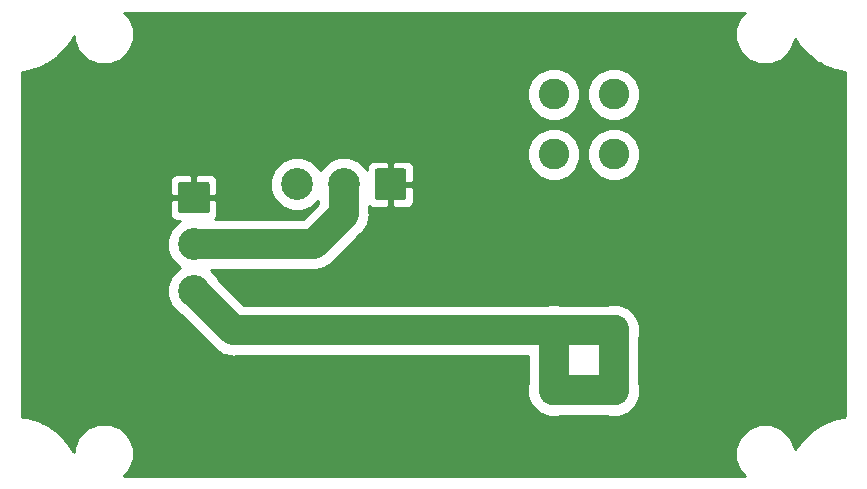
<source format=gbr>
G04 #@! TF.GenerationSoftware,KiCad,Pcbnew,(5.0.2)-1*
G04 #@! TF.CreationDate,2019-03-23T22:27:34-05:00*
G04 #@! TF.ProjectId,Power-Interposer-Board-AC,506f7765-722d-4496-9e74-6572706f7365,rev?*
G04 #@! TF.SameCoordinates,Original*
G04 #@! TF.FileFunction,Copper,L1,Top*
G04 #@! TF.FilePolarity,Positive*
%FSLAX46Y46*%
G04 Gerber Fmt 4.6, Leading zero omitted, Abs format (unit mm)*
G04 Created by KiCad (PCBNEW (5.0.2)-1) date 3/23/2019 10:27:34 PM*
%MOMM*%
%LPD*%
G01*
G04 APERTURE LIST*
G04 #@! TA.AperFunction,Conductor*
%ADD10C,0.100000*%
G04 #@! TD*
G04 #@! TA.AperFunction,ComponentPad*
%ADD11C,2.700000*%
G04 #@! TD*
G04 #@! TA.AperFunction,ComponentPad*
%ADD12C,2.600000*%
G04 #@! TD*
G04 #@! TA.AperFunction,ViaPad*
%ADD13C,0.800000*%
G04 #@! TD*
G04 #@! TA.AperFunction,Conductor*
%ADD14C,2.500000*%
G04 #@! TD*
G04 #@! TA.AperFunction,Conductor*
%ADD15C,0.254000*%
G04 #@! TD*
G04 APERTURE END LIST*
D10*
G04 #@! TO.N,Net-(J1-Pad1)*
G04 #@! TO.C,J1*
G36*
X128124503Y-108991204D02*
X128148772Y-108994804D01*
X128172570Y-109000765D01*
X128195670Y-109009030D01*
X128217849Y-109019520D01*
X128238892Y-109032133D01*
X128258598Y-109046748D01*
X128276776Y-109063224D01*
X128293252Y-109081402D01*
X128307867Y-109101108D01*
X128320480Y-109122151D01*
X128330970Y-109144330D01*
X128339235Y-109167430D01*
X128345196Y-109191228D01*
X128348796Y-109215497D01*
X128350000Y-109240001D01*
X128350000Y-111439999D01*
X128348796Y-111464503D01*
X128345196Y-111488772D01*
X128339235Y-111512570D01*
X128330970Y-111535670D01*
X128320480Y-111557849D01*
X128307867Y-111578892D01*
X128293252Y-111598598D01*
X128276776Y-111616776D01*
X128258598Y-111633252D01*
X128238892Y-111647867D01*
X128217849Y-111660480D01*
X128195670Y-111670970D01*
X128172570Y-111679235D01*
X128148772Y-111685196D01*
X128124503Y-111688796D01*
X128099999Y-111690000D01*
X125900001Y-111690000D01*
X125875497Y-111688796D01*
X125851228Y-111685196D01*
X125827430Y-111679235D01*
X125804330Y-111670970D01*
X125782151Y-111660480D01*
X125761108Y-111647867D01*
X125741402Y-111633252D01*
X125723224Y-111616776D01*
X125706748Y-111598598D01*
X125692133Y-111578892D01*
X125679520Y-111557849D01*
X125669030Y-111535670D01*
X125660765Y-111512570D01*
X125654804Y-111488772D01*
X125651204Y-111464503D01*
X125650000Y-111439999D01*
X125650000Y-109240001D01*
X125651204Y-109215497D01*
X125654804Y-109191228D01*
X125660765Y-109167430D01*
X125669030Y-109144330D01*
X125679520Y-109122151D01*
X125692133Y-109101108D01*
X125706748Y-109081402D01*
X125723224Y-109063224D01*
X125741402Y-109046748D01*
X125761108Y-109032133D01*
X125782151Y-109019520D01*
X125804330Y-109009030D01*
X125827430Y-109000765D01*
X125851228Y-108994804D01*
X125875497Y-108991204D01*
X125900001Y-108990000D01*
X128099999Y-108990000D01*
X128124503Y-108991204D01*
X128124503Y-108991204D01*
G37*
D11*
G04 #@! TD*
G04 #@! TO.P,J1,1*
G04 #@! TO.N,Net-(J1-Pad1)*
X127000000Y-110340000D03*
G04 #@! TO.P,J1,2*
G04 #@! TO.N,Net-(J1-Pad2)*
X127000000Y-114300000D03*
G04 #@! TO.P,J1,3*
G04 #@! TO.N,Net-(BJ2-Pad1)*
X127000000Y-118260000D03*
G04 #@! TD*
G04 #@! TO.P,J2,3*
G04 #@! TO.N,Net-(BJ1-Pad1)*
X135740000Y-109220000D03*
G04 #@! TO.P,J2,2*
G04 #@! TO.N,Net-(J1-Pad2)*
X139700000Y-109220000D03*
D10*
G04 #@! TD*
G04 #@! TO.N,Net-(J1-Pad1)*
G04 #@! TO.C,J2*
G36*
X144784503Y-107871204D02*
X144808772Y-107874804D01*
X144832570Y-107880765D01*
X144855670Y-107889030D01*
X144877849Y-107899520D01*
X144898892Y-107912133D01*
X144918598Y-107926748D01*
X144936776Y-107943224D01*
X144953252Y-107961402D01*
X144967867Y-107981108D01*
X144980480Y-108002151D01*
X144990970Y-108024330D01*
X144999235Y-108047430D01*
X145005196Y-108071228D01*
X145008796Y-108095497D01*
X145010000Y-108120001D01*
X145010000Y-110319999D01*
X145008796Y-110344503D01*
X145005196Y-110368772D01*
X144999235Y-110392570D01*
X144990970Y-110415670D01*
X144980480Y-110437849D01*
X144967867Y-110458892D01*
X144953252Y-110478598D01*
X144936776Y-110496776D01*
X144918598Y-110513252D01*
X144898892Y-110527867D01*
X144877849Y-110540480D01*
X144855670Y-110550970D01*
X144832570Y-110559235D01*
X144808772Y-110565196D01*
X144784503Y-110568796D01*
X144759999Y-110570000D01*
X142560001Y-110570000D01*
X142535497Y-110568796D01*
X142511228Y-110565196D01*
X142487430Y-110559235D01*
X142464330Y-110550970D01*
X142442151Y-110540480D01*
X142421108Y-110527867D01*
X142401402Y-110513252D01*
X142383224Y-110496776D01*
X142366748Y-110478598D01*
X142352133Y-110458892D01*
X142339520Y-110437849D01*
X142329030Y-110415670D01*
X142320765Y-110392570D01*
X142314804Y-110368772D01*
X142311204Y-110344503D01*
X142310000Y-110319999D01*
X142310000Y-108120001D01*
X142311204Y-108095497D01*
X142314804Y-108071228D01*
X142320765Y-108047430D01*
X142329030Y-108024330D01*
X142339520Y-108002151D01*
X142352133Y-107981108D01*
X142366748Y-107961402D01*
X142383224Y-107943224D01*
X142401402Y-107926748D01*
X142421108Y-107912133D01*
X142442151Y-107899520D01*
X142464330Y-107889030D01*
X142487430Y-107880765D01*
X142511228Y-107874804D01*
X142535497Y-107871204D01*
X142560001Y-107870000D01*
X144759999Y-107870000D01*
X144784503Y-107871204D01*
X144784503Y-107871204D01*
G37*
D11*
G04 #@! TO.P,J2,1*
G04 #@! TO.N,Net-(J1-Pad1)*
X143660000Y-109220000D03*
G04 #@! TD*
D12*
G04 #@! TO.P,BJ1,1*
G04 #@! TO.N,Net-(BJ1-Pad1)*
X162560000Y-106680000D03*
X162560000Y-101600000D03*
X157480000Y-106680000D03*
X157480000Y-101600000D03*
G04 #@! TD*
G04 #@! TO.P,BJ2,1*
G04 #@! TO.N,Net-(BJ2-Pad1)*
X157480000Y-121600000D03*
X157480000Y-126680000D03*
X162560000Y-121600000D03*
X162560000Y-126680000D03*
G04 #@! TD*
D13*
G04 #@! TO.N,Net-(J1-Pad1)*
X116840000Y-104140000D03*
X116840000Y-124460000D03*
X177800000Y-104140000D03*
X177800000Y-124460000D03*
X147320000Y-114300000D03*
G04 #@! TD*
D14*
G04 #@! TO.N,Net-(J1-Pad2)*
X127000000Y-114300000D02*
X137160000Y-114300000D01*
X139700000Y-111760000D02*
X139700000Y-109220000D01*
X137160000Y-114300000D02*
X139700000Y-111760000D01*
G04 #@! TO.N,Net-(BJ2-Pad1)*
X157480000Y-126680000D02*
X157480000Y-121600000D01*
X157480000Y-126680000D02*
X162560000Y-126680000D01*
X162560000Y-126680000D02*
X162560000Y-121600000D01*
X157480000Y-121600000D02*
X162560000Y-121600000D01*
X127000000Y-118260000D02*
X130340000Y-121600000D01*
X130340000Y-121600000D02*
X157480000Y-121600000D01*
G04 #@! TD*
D15*
G04 #@! TO.N,Net-(J1-Pad1)*
G36*
X173237713Y-95088569D02*
X172853000Y-96017348D01*
X172853000Y-97022652D01*
X173237713Y-97951431D01*
X173948569Y-98662287D01*
X174877348Y-99047000D01*
X175882652Y-99047000D01*
X176811431Y-98662287D01*
X177522287Y-97951431D01*
X177907000Y-97022652D01*
X177907000Y-96924424D01*
X178342790Y-97572947D01*
X178356847Y-97590306D01*
X178368818Y-97609169D01*
X178422229Y-97671046D01*
X179050753Y-98319633D01*
X179067664Y-98334230D01*
X179082785Y-98350674D01*
X179146309Y-98402115D01*
X179879756Y-98929149D01*
X179898981Y-98940519D01*
X179916776Y-98954026D01*
X179988396Y-98993399D01*
X179988407Y-98993405D01*
X179988412Y-98993407D01*
X180189912Y-99089518D01*
X180250197Y-99149803D01*
X180291399Y-99177333D01*
X180340000Y-99187000D01*
X180394287Y-99187000D01*
X180803590Y-99382228D01*
X180824528Y-99390015D01*
X180844433Y-99400157D01*
X180921893Y-99426225D01*
X180921903Y-99426229D01*
X180921906Y-99426230D01*
X181793060Y-99664550D01*
X181815043Y-99668505D01*
X181836432Y-99674963D01*
X181917295Y-99686903D01*
X182170001Y-99709456D01*
X182170000Y-128880228D01*
X182085898Y-128886404D01*
X182069359Y-128889112D01*
X182052601Y-128889639D01*
X181972152Y-128904114D01*
X181093941Y-129114953D01*
X181072767Y-129122079D01*
X181050918Y-129126723D01*
X180974323Y-129155209D01*
X180974305Y-129155215D01*
X180974300Y-129155218D01*
X180387056Y-129413000D01*
X180340000Y-129413000D01*
X180291399Y-129422667D01*
X180250197Y-129450197D01*
X180209415Y-129490979D01*
X180147308Y-129518242D01*
X180127735Y-129529002D01*
X180107049Y-129537444D01*
X180036702Y-129579048D01*
X180036692Y-129579053D01*
X180036691Y-129579054D01*
X179287053Y-130082790D01*
X179269694Y-130096847D01*
X179250831Y-130108818D01*
X179188954Y-130162229D01*
X178540367Y-130790753D01*
X178525770Y-130807664D01*
X178509326Y-130822785D01*
X178457896Y-130886296D01*
X178457886Y-130886308D01*
X178457885Y-130886310D01*
X177930851Y-131619756D01*
X177919480Y-131638983D01*
X177907000Y-131655425D01*
X177907000Y-131577348D01*
X177522287Y-130648569D01*
X176811431Y-129937713D01*
X175882652Y-129553000D01*
X174877348Y-129553000D01*
X173948569Y-129937713D01*
X173237713Y-130648569D01*
X172853000Y-131577348D01*
X172853000Y-132582652D01*
X173237713Y-133511431D01*
X173636282Y-133910000D01*
X121063718Y-133910000D01*
X121522287Y-133451431D01*
X121907000Y-132522652D01*
X121907000Y-131517348D01*
X121522287Y-130588569D01*
X120811431Y-129877713D01*
X119882652Y-129493000D01*
X118877348Y-129493000D01*
X117948569Y-129877713D01*
X117237713Y-130588569D01*
X116853000Y-131517348D01*
X116853000Y-131871377D01*
X116850998Y-131867735D01*
X116842556Y-131847049D01*
X116800946Y-131776691D01*
X116297210Y-131027053D01*
X116283153Y-131009694D01*
X116271182Y-130990831D01*
X116217771Y-130928954D01*
X115589247Y-130280367D01*
X115572336Y-130265770D01*
X115557215Y-130249326D01*
X115493704Y-130197896D01*
X115493692Y-130197886D01*
X115493689Y-130197884D01*
X114760244Y-129670851D01*
X114741017Y-129659480D01*
X114723223Y-129645974D01*
X114651594Y-129606596D01*
X114450089Y-129510483D01*
X114389803Y-129450197D01*
X114348601Y-129422667D01*
X114300000Y-129413000D01*
X114245713Y-129413000D01*
X113836410Y-129217772D01*
X113815469Y-129209984D01*
X113795566Y-129199843D01*
X113718116Y-129173778D01*
X113718097Y-129173771D01*
X113718091Y-129173770D01*
X112846940Y-128935450D01*
X112824959Y-128931495D01*
X112803569Y-128925037D01*
X112722705Y-128913097D01*
X112470000Y-128890544D01*
X112470000Y-113847077D01*
X124723000Y-113847077D01*
X124723000Y-114752923D01*
X125069653Y-115589817D01*
X125710183Y-116230347D01*
X125830056Y-116280000D01*
X125710183Y-116329653D01*
X125069653Y-116970183D01*
X124723000Y-117807077D01*
X124723000Y-118712923D01*
X125069653Y-119549817D01*
X125710183Y-120190347D01*
X125951607Y-120290348D01*
X128649017Y-122987759D01*
X128770471Y-123169529D01*
X129490577Y-123650688D01*
X130125589Y-123777000D01*
X130125594Y-123777000D01*
X130339999Y-123819648D01*
X130554405Y-123777000D01*
X155303001Y-123777000D01*
X155303000Y-126116311D01*
X155253000Y-126237022D01*
X155253000Y-127122978D01*
X155592040Y-127941494D01*
X156218506Y-128567960D01*
X157037022Y-128907000D01*
X157922978Y-128907000D01*
X158043689Y-128857000D01*
X161996311Y-128857000D01*
X162117022Y-128907000D01*
X163002978Y-128907000D01*
X163821494Y-128567960D01*
X164447960Y-127941494D01*
X164787000Y-127122978D01*
X164787000Y-126237022D01*
X164737000Y-126116311D01*
X164737000Y-122163689D01*
X164787000Y-122042978D01*
X164787000Y-121157022D01*
X164447960Y-120338506D01*
X163821494Y-119712040D01*
X163002978Y-119373000D01*
X162117022Y-119373000D01*
X161996311Y-119423000D01*
X158043689Y-119423000D01*
X157922978Y-119373000D01*
X157037022Y-119373000D01*
X156916311Y-119423000D01*
X131241743Y-119423000D01*
X129030348Y-117211607D01*
X128930347Y-116970183D01*
X128437164Y-116477000D01*
X136945590Y-116477000D01*
X137160000Y-116519649D01*
X137374410Y-116477000D01*
X137374411Y-116477000D01*
X138009423Y-116350688D01*
X138729529Y-115869529D01*
X138850987Y-115687754D01*
X141087760Y-113450983D01*
X141269529Y-113329529D01*
X141750688Y-112609423D01*
X141877000Y-111974411D01*
X141877000Y-111974406D01*
X141919648Y-111760001D01*
X141877000Y-111545595D01*
X141877000Y-111035025D01*
X141950302Y-111108327D01*
X142183691Y-111205000D01*
X143374250Y-111205000D01*
X143533000Y-111046250D01*
X143533000Y-109347000D01*
X143787000Y-109347000D01*
X143787000Y-111046250D01*
X143945750Y-111205000D01*
X145136309Y-111205000D01*
X145369698Y-111108327D01*
X145548327Y-110929699D01*
X145645000Y-110696310D01*
X145645000Y-109505750D01*
X145486250Y-109347000D01*
X143787000Y-109347000D01*
X143533000Y-109347000D01*
X143513000Y-109347000D01*
X143513000Y-109093000D01*
X143533000Y-109093000D01*
X143533000Y-107393750D01*
X143787000Y-107393750D01*
X143787000Y-109093000D01*
X145486250Y-109093000D01*
X145645000Y-108934250D01*
X145645000Y-107743690D01*
X145548327Y-107510301D01*
X145369698Y-107331673D01*
X145136309Y-107235000D01*
X143945750Y-107235000D01*
X143787000Y-107393750D01*
X143533000Y-107393750D01*
X143374250Y-107235000D01*
X142183691Y-107235000D01*
X141950302Y-107331673D01*
X141771673Y-107510301D01*
X141675000Y-107743690D01*
X141675000Y-108037985D01*
X141630347Y-107930183D01*
X140989817Y-107289653D01*
X140152923Y-106943000D01*
X139247077Y-106943000D01*
X138410183Y-107289653D01*
X137769653Y-107930183D01*
X137720000Y-108050056D01*
X137670347Y-107930183D01*
X137029817Y-107289653D01*
X136192923Y-106943000D01*
X135287077Y-106943000D01*
X134450183Y-107289653D01*
X133809653Y-107930183D01*
X133463000Y-108767077D01*
X133463000Y-109672923D01*
X133809653Y-110509817D01*
X134450183Y-111150347D01*
X135287077Y-111497000D01*
X136192923Y-111497000D01*
X137029817Y-111150347D01*
X137523000Y-110657164D01*
X137523000Y-110858258D01*
X136258258Y-112123000D01*
X128815025Y-112123000D01*
X128888327Y-112049698D01*
X128985000Y-111816309D01*
X128985000Y-110625750D01*
X128826250Y-110467000D01*
X127127000Y-110467000D01*
X127127000Y-110487000D01*
X126873000Y-110487000D01*
X126873000Y-110467000D01*
X125173750Y-110467000D01*
X125015000Y-110625750D01*
X125015000Y-111816309D01*
X125111673Y-112049698D01*
X125290301Y-112228327D01*
X125523690Y-112325000D01*
X125817985Y-112325000D01*
X125710183Y-112369653D01*
X125069653Y-113010183D01*
X124723000Y-113847077D01*
X112470000Y-113847077D01*
X112470000Y-108863691D01*
X125015000Y-108863691D01*
X125015000Y-110054250D01*
X125173750Y-110213000D01*
X126873000Y-110213000D01*
X126873000Y-108513750D01*
X127127000Y-108513750D01*
X127127000Y-110213000D01*
X128826250Y-110213000D01*
X128985000Y-110054250D01*
X128985000Y-108863691D01*
X128888327Y-108630302D01*
X128709699Y-108451673D01*
X128476310Y-108355000D01*
X127285750Y-108355000D01*
X127127000Y-108513750D01*
X126873000Y-108513750D01*
X126714250Y-108355000D01*
X125523690Y-108355000D01*
X125290301Y-108451673D01*
X125111673Y-108630302D01*
X125015000Y-108863691D01*
X112470000Y-108863691D01*
X112470000Y-106237022D01*
X155253000Y-106237022D01*
X155253000Y-107122978D01*
X155592040Y-107941494D01*
X156218506Y-108567960D01*
X157037022Y-108907000D01*
X157922978Y-108907000D01*
X158741494Y-108567960D01*
X159367960Y-107941494D01*
X159707000Y-107122978D01*
X159707000Y-106237022D01*
X160333000Y-106237022D01*
X160333000Y-107122978D01*
X160672040Y-107941494D01*
X161298506Y-108567960D01*
X162117022Y-108907000D01*
X163002978Y-108907000D01*
X163821494Y-108567960D01*
X164447960Y-107941494D01*
X164787000Y-107122978D01*
X164787000Y-106237022D01*
X164447960Y-105418506D01*
X163821494Y-104792040D01*
X163002978Y-104453000D01*
X162117022Y-104453000D01*
X161298506Y-104792040D01*
X160672040Y-105418506D01*
X160333000Y-106237022D01*
X159707000Y-106237022D01*
X159367960Y-105418506D01*
X158741494Y-104792040D01*
X157922978Y-104453000D01*
X157037022Y-104453000D01*
X156218506Y-104792040D01*
X155592040Y-105418506D01*
X155253000Y-106237022D01*
X112470000Y-106237022D01*
X112470000Y-101157022D01*
X155253000Y-101157022D01*
X155253000Y-102042978D01*
X155592040Y-102861494D01*
X156218506Y-103487960D01*
X157037022Y-103827000D01*
X157922978Y-103827000D01*
X158741494Y-103487960D01*
X159367960Y-102861494D01*
X159707000Y-102042978D01*
X159707000Y-101157022D01*
X160333000Y-101157022D01*
X160333000Y-102042978D01*
X160672040Y-102861494D01*
X161298506Y-103487960D01*
X162117022Y-103827000D01*
X163002978Y-103827000D01*
X163821494Y-103487960D01*
X164447960Y-102861494D01*
X164787000Y-102042978D01*
X164787000Y-101157022D01*
X164447960Y-100338506D01*
X163821494Y-99712040D01*
X163002978Y-99373000D01*
X162117022Y-99373000D01*
X161298506Y-99712040D01*
X160672040Y-100338506D01*
X160333000Y-101157022D01*
X159707000Y-101157022D01*
X159367960Y-100338506D01*
X158741494Y-99712040D01*
X157922978Y-99373000D01*
X157037022Y-99373000D01*
X156218506Y-99712040D01*
X155592040Y-100338506D01*
X155253000Y-101157022D01*
X112470000Y-101157022D01*
X112470000Y-99719772D01*
X112554101Y-99713596D01*
X112570640Y-99710888D01*
X112587399Y-99710361D01*
X112667848Y-99695886D01*
X113546058Y-99485047D01*
X113567231Y-99477922D01*
X113589082Y-99473277D01*
X113665677Y-99444791D01*
X113665695Y-99444785D01*
X113665700Y-99444782D01*
X114252944Y-99187000D01*
X114300000Y-99187000D01*
X114348601Y-99177333D01*
X114389803Y-99149803D01*
X114430585Y-99109021D01*
X114492692Y-99081758D01*
X114512265Y-99070998D01*
X114532951Y-99062556D01*
X114603308Y-99020947D01*
X115352947Y-98517210D01*
X115370306Y-98503153D01*
X115389169Y-98491182D01*
X115451046Y-98437771D01*
X116099633Y-97809247D01*
X116114230Y-97792336D01*
X116130674Y-97777215D01*
X116182115Y-97713691D01*
X116709149Y-96980244D01*
X116720519Y-96961019D01*
X116734026Y-96943224D01*
X116773404Y-96871594D01*
X116773405Y-96871593D01*
X116773407Y-96871588D01*
X116853000Y-96704718D01*
X116853000Y-97022652D01*
X117237713Y-97951431D01*
X117948569Y-98662287D01*
X118877348Y-99047000D01*
X119882652Y-99047000D01*
X120811431Y-98662287D01*
X121522287Y-97951431D01*
X121907000Y-97022652D01*
X121907000Y-96017348D01*
X121522287Y-95088569D01*
X121123718Y-94690000D01*
X173636282Y-94690000D01*
X173237713Y-95088569D01*
X173237713Y-95088569D01*
G37*
X173237713Y-95088569D02*
X172853000Y-96017348D01*
X172853000Y-97022652D01*
X173237713Y-97951431D01*
X173948569Y-98662287D01*
X174877348Y-99047000D01*
X175882652Y-99047000D01*
X176811431Y-98662287D01*
X177522287Y-97951431D01*
X177907000Y-97022652D01*
X177907000Y-96924424D01*
X178342790Y-97572947D01*
X178356847Y-97590306D01*
X178368818Y-97609169D01*
X178422229Y-97671046D01*
X179050753Y-98319633D01*
X179067664Y-98334230D01*
X179082785Y-98350674D01*
X179146309Y-98402115D01*
X179879756Y-98929149D01*
X179898981Y-98940519D01*
X179916776Y-98954026D01*
X179988396Y-98993399D01*
X179988407Y-98993405D01*
X179988412Y-98993407D01*
X180189912Y-99089518D01*
X180250197Y-99149803D01*
X180291399Y-99177333D01*
X180340000Y-99187000D01*
X180394287Y-99187000D01*
X180803590Y-99382228D01*
X180824528Y-99390015D01*
X180844433Y-99400157D01*
X180921893Y-99426225D01*
X180921903Y-99426229D01*
X180921906Y-99426230D01*
X181793060Y-99664550D01*
X181815043Y-99668505D01*
X181836432Y-99674963D01*
X181917295Y-99686903D01*
X182170001Y-99709456D01*
X182170000Y-128880228D01*
X182085898Y-128886404D01*
X182069359Y-128889112D01*
X182052601Y-128889639D01*
X181972152Y-128904114D01*
X181093941Y-129114953D01*
X181072767Y-129122079D01*
X181050918Y-129126723D01*
X180974323Y-129155209D01*
X180974305Y-129155215D01*
X180974300Y-129155218D01*
X180387056Y-129413000D01*
X180340000Y-129413000D01*
X180291399Y-129422667D01*
X180250197Y-129450197D01*
X180209415Y-129490979D01*
X180147308Y-129518242D01*
X180127735Y-129529002D01*
X180107049Y-129537444D01*
X180036702Y-129579048D01*
X180036692Y-129579053D01*
X180036691Y-129579054D01*
X179287053Y-130082790D01*
X179269694Y-130096847D01*
X179250831Y-130108818D01*
X179188954Y-130162229D01*
X178540367Y-130790753D01*
X178525770Y-130807664D01*
X178509326Y-130822785D01*
X178457896Y-130886296D01*
X178457886Y-130886308D01*
X178457885Y-130886310D01*
X177930851Y-131619756D01*
X177919480Y-131638983D01*
X177907000Y-131655425D01*
X177907000Y-131577348D01*
X177522287Y-130648569D01*
X176811431Y-129937713D01*
X175882652Y-129553000D01*
X174877348Y-129553000D01*
X173948569Y-129937713D01*
X173237713Y-130648569D01*
X172853000Y-131577348D01*
X172853000Y-132582652D01*
X173237713Y-133511431D01*
X173636282Y-133910000D01*
X121063718Y-133910000D01*
X121522287Y-133451431D01*
X121907000Y-132522652D01*
X121907000Y-131517348D01*
X121522287Y-130588569D01*
X120811431Y-129877713D01*
X119882652Y-129493000D01*
X118877348Y-129493000D01*
X117948569Y-129877713D01*
X117237713Y-130588569D01*
X116853000Y-131517348D01*
X116853000Y-131871377D01*
X116850998Y-131867735D01*
X116842556Y-131847049D01*
X116800946Y-131776691D01*
X116297210Y-131027053D01*
X116283153Y-131009694D01*
X116271182Y-130990831D01*
X116217771Y-130928954D01*
X115589247Y-130280367D01*
X115572336Y-130265770D01*
X115557215Y-130249326D01*
X115493704Y-130197896D01*
X115493692Y-130197886D01*
X115493689Y-130197884D01*
X114760244Y-129670851D01*
X114741017Y-129659480D01*
X114723223Y-129645974D01*
X114651594Y-129606596D01*
X114450089Y-129510483D01*
X114389803Y-129450197D01*
X114348601Y-129422667D01*
X114300000Y-129413000D01*
X114245713Y-129413000D01*
X113836410Y-129217772D01*
X113815469Y-129209984D01*
X113795566Y-129199843D01*
X113718116Y-129173778D01*
X113718097Y-129173771D01*
X113718091Y-129173770D01*
X112846940Y-128935450D01*
X112824959Y-128931495D01*
X112803569Y-128925037D01*
X112722705Y-128913097D01*
X112470000Y-128890544D01*
X112470000Y-113847077D01*
X124723000Y-113847077D01*
X124723000Y-114752923D01*
X125069653Y-115589817D01*
X125710183Y-116230347D01*
X125830056Y-116280000D01*
X125710183Y-116329653D01*
X125069653Y-116970183D01*
X124723000Y-117807077D01*
X124723000Y-118712923D01*
X125069653Y-119549817D01*
X125710183Y-120190347D01*
X125951607Y-120290348D01*
X128649017Y-122987759D01*
X128770471Y-123169529D01*
X129490577Y-123650688D01*
X130125589Y-123777000D01*
X130125594Y-123777000D01*
X130339999Y-123819648D01*
X130554405Y-123777000D01*
X155303001Y-123777000D01*
X155303000Y-126116311D01*
X155253000Y-126237022D01*
X155253000Y-127122978D01*
X155592040Y-127941494D01*
X156218506Y-128567960D01*
X157037022Y-128907000D01*
X157922978Y-128907000D01*
X158043689Y-128857000D01*
X161996311Y-128857000D01*
X162117022Y-128907000D01*
X163002978Y-128907000D01*
X163821494Y-128567960D01*
X164447960Y-127941494D01*
X164787000Y-127122978D01*
X164787000Y-126237022D01*
X164737000Y-126116311D01*
X164737000Y-122163689D01*
X164787000Y-122042978D01*
X164787000Y-121157022D01*
X164447960Y-120338506D01*
X163821494Y-119712040D01*
X163002978Y-119373000D01*
X162117022Y-119373000D01*
X161996311Y-119423000D01*
X158043689Y-119423000D01*
X157922978Y-119373000D01*
X157037022Y-119373000D01*
X156916311Y-119423000D01*
X131241743Y-119423000D01*
X129030348Y-117211607D01*
X128930347Y-116970183D01*
X128437164Y-116477000D01*
X136945590Y-116477000D01*
X137160000Y-116519649D01*
X137374410Y-116477000D01*
X137374411Y-116477000D01*
X138009423Y-116350688D01*
X138729529Y-115869529D01*
X138850987Y-115687754D01*
X141087760Y-113450983D01*
X141269529Y-113329529D01*
X141750688Y-112609423D01*
X141877000Y-111974411D01*
X141877000Y-111974406D01*
X141919648Y-111760001D01*
X141877000Y-111545595D01*
X141877000Y-111035025D01*
X141950302Y-111108327D01*
X142183691Y-111205000D01*
X143374250Y-111205000D01*
X143533000Y-111046250D01*
X143533000Y-109347000D01*
X143787000Y-109347000D01*
X143787000Y-111046250D01*
X143945750Y-111205000D01*
X145136309Y-111205000D01*
X145369698Y-111108327D01*
X145548327Y-110929699D01*
X145645000Y-110696310D01*
X145645000Y-109505750D01*
X145486250Y-109347000D01*
X143787000Y-109347000D01*
X143533000Y-109347000D01*
X143513000Y-109347000D01*
X143513000Y-109093000D01*
X143533000Y-109093000D01*
X143533000Y-107393750D01*
X143787000Y-107393750D01*
X143787000Y-109093000D01*
X145486250Y-109093000D01*
X145645000Y-108934250D01*
X145645000Y-107743690D01*
X145548327Y-107510301D01*
X145369698Y-107331673D01*
X145136309Y-107235000D01*
X143945750Y-107235000D01*
X143787000Y-107393750D01*
X143533000Y-107393750D01*
X143374250Y-107235000D01*
X142183691Y-107235000D01*
X141950302Y-107331673D01*
X141771673Y-107510301D01*
X141675000Y-107743690D01*
X141675000Y-108037985D01*
X141630347Y-107930183D01*
X140989817Y-107289653D01*
X140152923Y-106943000D01*
X139247077Y-106943000D01*
X138410183Y-107289653D01*
X137769653Y-107930183D01*
X137720000Y-108050056D01*
X137670347Y-107930183D01*
X137029817Y-107289653D01*
X136192923Y-106943000D01*
X135287077Y-106943000D01*
X134450183Y-107289653D01*
X133809653Y-107930183D01*
X133463000Y-108767077D01*
X133463000Y-109672923D01*
X133809653Y-110509817D01*
X134450183Y-111150347D01*
X135287077Y-111497000D01*
X136192923Y-111497000D01*
X137029817Y-111150347D01*
X137523000Y-110657164D01*
X137523000Y-110858258D01*
X136258258Y-112123000D01*
X128815025Y-112123000D01*
X128888327Y-112049698D01*
X128985000Y-111816309D01*
X128985000Y-110625750D01*
X128826250Y-110467000D01*
X127127000Y-110467000D01*
X127127000Y-110487000D01*
X126873000Y-110487000D01*
X126873000Y-110467000D01*
X125173750Y-110467000D01*
X125015000Y-110625750D01*
X125015000Y-111816309D01*
X125111673Y-112049698D01*
X125290301Y-112228327D01*
X125523690Y-112325000D01*
X125817985Y-112325000D01*
X125710183Y-112369653D01*
X125069653Y-113010183D01*
X124723000Y-113847077D01*
X112470000Y-113847077D01*
X112470000Y-108863691D01*
X125015000Y-108863691D01*
X125015000Y-110054250D01*
X125173750Y-110213000D01*
X126873000Y-110213000D01*
X126873000Y-108513750D01*
X127127000Y-108513750D01*
X127127000Y-110213000D01*
X128826250Y-110213000D01*
X128985000Y-110054250D01*
X128985000Y-108863691D01*
X128888327Y-108630302D01*
X128709699Y-108451673D01*
X128476310Y-108355000D01*
X127285750Y-108355000D01*
X127127000Y-108513750D01*
X126873000Y-108513750D01*
X126714250Y-108355000D01*
X125523690Y-108355000D01*
X125290301Y-108451673D01*
X125111673Y-108630302D01*
X125015000Y-108863691D01*
X112470000Y-108863691D01*
X112470000Y-106237022D01*
X155253000Y-106237022D01*
X155253000Y-107122978D01*
X155592040Y-107941494D01*
X156218506Y-108567960D01*
X157037022Y-108907000D01*
X157922978Y-108907000D01*
X158741494Y-108567960D01*
X159367960Y-107941494D01*
X159707000Y-107122978D01*
X159707000Y-106237022D01*
X160333000Y-106237022D01*
X160333000Y-107122978D01*
X160672040Y-107941494D01*
X161298506Y-108567960D01*
X162117022Y-108907000D01*
X163002978Y-108907000D01*
X163821494Y-108567960D01*
X164447960Y-107941494D01*
X164787000Y-107122978D01*
X164787000Y-106237022D01*
X164447960Y-105418506D01*
X163821494Y-104792040D01*
X163002978Y-104453000D01*
X162117022Y-104453000D01*
X161298506Y-104792040D01*
X160672040Y-105418506D01*
X160333000Y-106237022D01*
X159707000Y-106237022D01*
X159367960Y-105418506D01*
X158741494Y-104792040D01*
X157922978Y-104453000D01*
X157037022Y-104453000D01*
X156218506Y-104792040D01*
X155592040Y-105418506D01*
X155253000Y-106237022D01*
X112470000Y-106237022D01*
X112470000Y-101157022D01*
X155253000Y-101157022D01*
X155253000Y-102042978D01*
X155592040Y-102861494D01*
X156218506Y-103487960D01*
X157037022Y-103827000D01*
X157922978Y-103827000D01*
X158741494Y-103487960D01*
X159367960Y-102861494D01*
X159707000Y-102042978D01*
X159707000Y-101157022D01*
X160333000Y-101157022D01*
X160333000Y-102042978D01*
X160672040Y-102861494D01*
X161298506Y-103487960D01*
X162117022Y-103827000D01*
X163002978Y-103827000D01*
X163821494Y-103487960D01*
X164447960Y-102861494D01*
X164787000Y-102042978D01*
X164787000Y-101157022D01*
X164447960Y-100338506D01*
X163821494Y-99712040D01*
X163002978Y-99373000D01*
X162117022Y-99373000D01*
X161298506Y-99712040D01*
X160672040Y-100338506D01*
X160333000Y-101157022D01*
X159707000Y-101157022D01*
X159367960Y-100338506D01*
X158741494Y-99712040D01*
X157922978Y-99373000D01*
X157037022Y-99373000D01*
X156218506Y-99712040D01*
X155592040Y-100338506D01*
X155253000Y-101157022D01*
X112470000Y-101157022D01*
X112470000Y-99719772D01*
X112554101Y-99713596D01*
X112570640Y-99710888D01*
X112587399Y-99710361D01*
X112667848Y-99695886D01*
X113546058Y-99485047D01*
X113567231Y-99477922D01*
X113589082Y-99473277D01*
X113665677Y-99444791D01*
X113665695Y-99444785D01*
X113665700Y-99444782D01*
X114252944Y-99187000D01*
X114300000Y-99187000D01*
X114348601Y-99177333D01*
X114389803Y-99149803D01*
X114430585Y-99109021D01*
X114492692Y-99081758D01*
X114512265Y-99070998D01*
X114532951Y-99062556D01*
X114603308Y-99020947D01*
X115352947Y-98517210D01*
X115370306Y-98503153D01*
X115389169Y-98491182D01*
X115451046Y-98437771D01*
X116099633Y-97809247D01*
X116114230Y-97792336D01*
X116130674Y-97777215D01*
X116182115Y-97713691D01*
X116709149Y-96980244D01*
X116720519Y-96961019D01*
X116734026Y-96943224D01*
X116773404Y-96871594D01*
X116773405Y-96871593D01*
X116773407Y-96871588D01*
X116853000Y-96704718D01*
X116853000Y-97022652D01*
X117237713Y-97951431D01*
X117948569Y-98662287D01*
X118877348Y-99047000D01*
X119882652Y-99047000D01*
X120811431Y-98662287D01*
X121522287Y-97951431D01*
X121907000Y-97022652D01*
X121907000Y-96017348D01*
X121522287Y-95088569D01*
X121123718Y-94690000D01*
X173636282Y-94690000D01*
X173237713Y-95088569D01*
G04 #@! TD*
M02*

</source>
